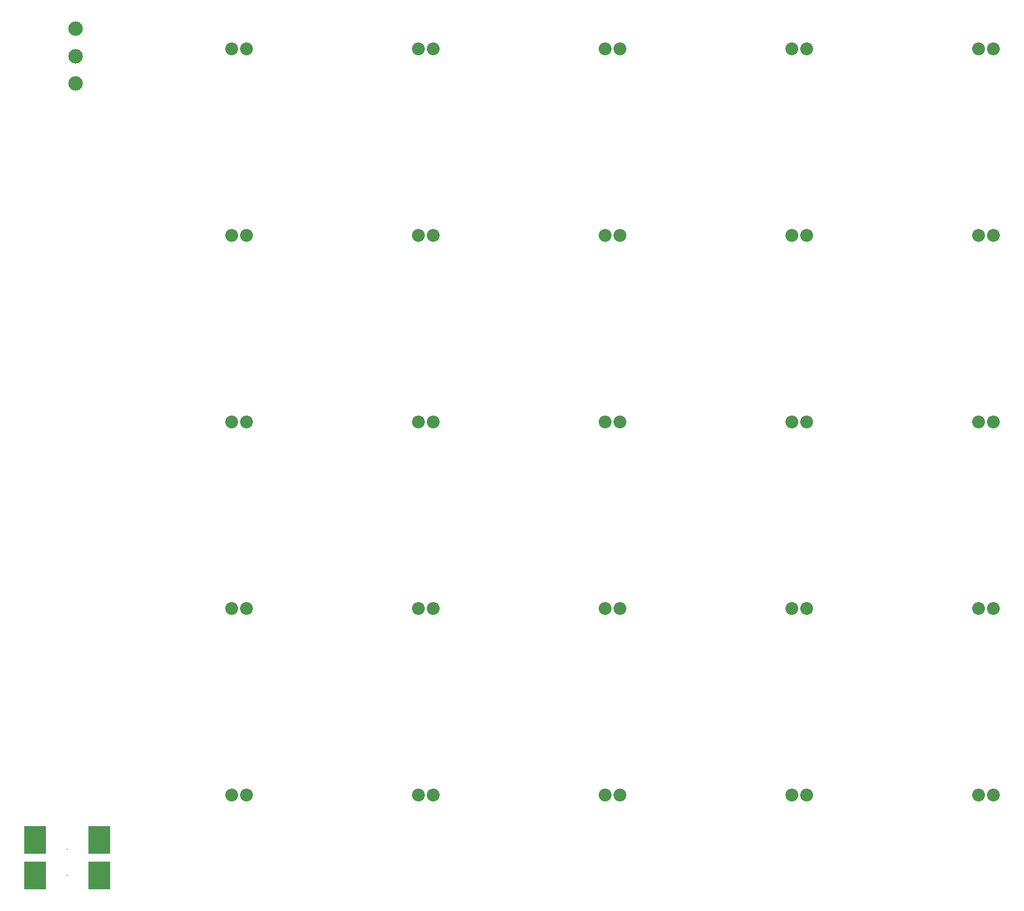
<source format=gts>
G04 Layer_Color=20142*
%FSLAX43Y43*%
%MOMM*%
G71*
G01*
G75*
%ADD18C,2.203*%
%ADD19R,3.703X4.703*%
%ADD20C,2.489*%
%ADD21C,0.203*%
%ADD22C,1.203*%
D18*
X126750Y174500D02*
D03*
X158750D02*
D03*
X161250D02*
D03*
X190750D02*
D03*
X193250D02*
D03*
X190750Y142500D02*
D03*
X193250D02*
D03*
X190750Y110500D02*
D03*
X193250D02*
D03*
X190750Y78500D02*
D03*
X193250D02*
D03*
X190750Y46500D02*
D03*
X193250D02*
D03*
X158750D02*
D03*
X161250D02*
D03*
X158750Y78500D02*
D03*
X161250D02*
D03*
X158750Y110500D02*
D03*
X161250D02*
D03*
X129250Y174500D02*
D03*
Y142500D02*
D03*
X126750D02*
D03*
Y110500D02*
D03*
X129250D02*
D03*
X126750Y78500D02*
D03*
X129250D02*
D03*
X126750Y46500D02*
D03*
X129250D02*
D03*
X94750D02*
D03*
X97250D02*
D03*
X94750Y78500D02*
D03*
X97250D02*
D03*
Y110500D02*
D03*
X94750D02*
D03*
X97250Y142500D02*
D03*
X94750D02*
D03*
X97250Y174500D02*
D03*
X94750D02*
D03*
X65250D02*
D03*
X62750D02*
D03*
X65250Y142500D02*
D03*
X62750D02*
D03*
X65250Y110500D02*
D03*
X62750D02*
D03*
X161250Y142500D02*
D03*
X158750D02*
D03*
X62750Y46500D02*
D03*
X65250D02*
D03*
Y78500D02*
D03*
X62750D02*
D03*
D19*
X40044Y38752D02*
D03*
Y32652D02*
D03*
X29044Y38752D02*
D03*
Y32652D02*
D03*
D20*
X36000Y177950D02*
D03*
Y173250D02*
D03*
Y168550D02*
D03*
D21*
X34544Y37152D02*
D03*
Y32652D02*
D03*
D22*
X29044D02*
D03*
Y31252D02*
D03*
X28044Y31952D02*
D03*
Y33352D02*
D03*
X29044Y34052D02*
D03*
X30044Y33352D02*
D03*
Y31952D02*
D03*
Y38052D02*
D03*
Y39452D02*
D03*
X29044Y40152D02*
D03*
X28044Y39452D02*
D03*
Y38052D02*
D03*
X29044Y37352D02*
D03*
Y38752D02*
D03*
X41044Y38052D02*
D03*
Y39452D02*
D03*
X40044Y40152D02*
D03*
X39044Y39452D02*
D03*
Y38052D02*
D03*
X40044Y37352D02*
D03*
Y38752D02*
D03*
X41044Y31952D02*
D03*
Y33352D02*
D03*
X40044Y34052D02*
D03*
X39044Y33352D02*
D03*
Y31952D02*
D03*
X40044Y31252D02*
D03*
Y32652D02*
D03*
M02*

</source>
